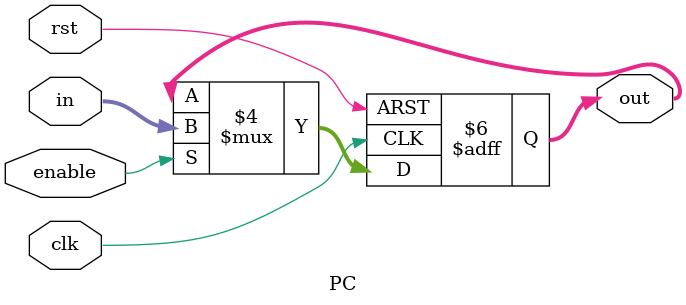
<source format=v>
module PC(
    input clk,rst,
    input enable, //À´×ÔHUµÄ¿ØÖÆÐÅºÅ
    input [31:0] in,
    output reg [31:0] out
);
initial out = 32'h0000_3000;//ÉÏ°å×Ó
//initial out = 32'h0000_0000;//·ÂÕæ
always @(posedge clk or posedge rst) 
begin
    if(rst)
        //out <= 32'h0000_0000;
        out <= 32'h0000_3000;
    else if(enable)
        out <= in;  
    else 
        out <= out;
end
endmodule
</source>
